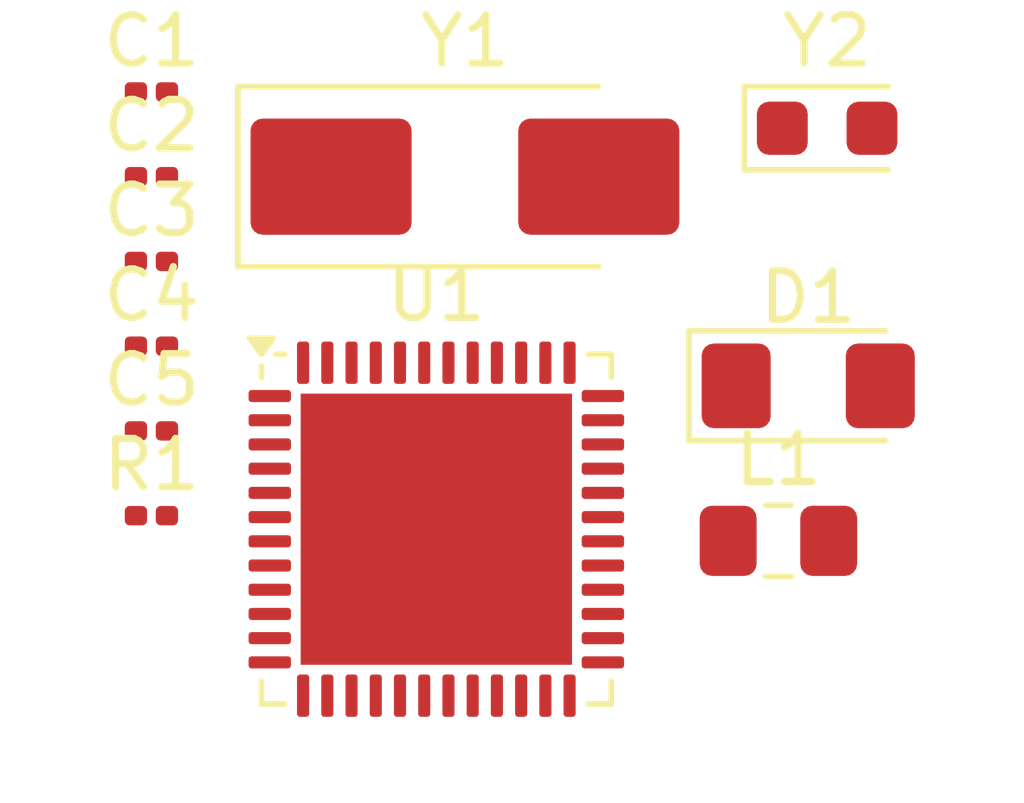
<source format=kicad_pcb>
(kicad_pcb (version 20241229) (generator "pcbnew") (generator_version "9.0")
  (layers (0 "F.Cu" signal) (2 "B.Cu" signal) (13 "F.Paste" user) (15 "B.Paste" user) (5 "F.SilkS" user "F.Silkscreen") (7 "B.SilkS" user "B.Silkscreen") (1 "F.Mask" user) (3 "B.Mask" user) (25 "Edge.Cuts" user))
  (net 0 "")
  (net 1 "GND")
  (net 2 "Net-(U1-PC15)")
  (net 3 "Net-(U1-PC14)")
  (net 4 "Net-(U1-PH0)")
  (net 5 "Net-(U1-PH1)")
  (net 6 "Net-(U1-VCAP1)")
  (net 7 "Net-(D1-K)")
  (net 8 "+3.3V")
  (net 9 "Net-(U1-VREF+)")
  (net 10 "Net-(U1-PC13)")
  (net 25 "/VBAT")
  (net 33 "/SWDIO")
  (net 39 "/SWCLK")
  (footprint "Capacitor_SMD:C_0201_0603Metric" (layer "F.Cu") (at 29.5225 28.48)
    (property "Reference" "C2" (at 0 -1.05 0) (layer "F.SilkS"))
    (property "Value" "C_Small")
    (pad "1" smd roundrect (at -0.32 0) (size 0.46 0.4) (layers "F.Cu" "F.Mask") (net 1 "GND"))
    (pad "2" smd roundrect (at 0.32 0) (size 0.46 0.4) (layers "F.Cu" "F.Mask") (net 3 "Net-(U1-PC14)"))
  )
  (footprint "Crystal:Crystal_SMD_2012-2Pin_2.0x1.2mm_HandSoldering" (layer "F.Cu") (at 43.4675 27.48)
    (property "Reference" "Y2" (at 0 -1.8 0) (layer "F.SilkS"))
    (property "Value" "32.768kHz")
    (fp_line (start -1.71 -0.86) (end -1.71 0.86) (stroke (width 0.12)) (layer "F.SilkS"))
    (fp_line (start -1.71 0.86) (end 1.26 0.86) (stroke (width 0.12)) (layer "F.SilkS"))
    (fp_line (start 1.26 -0.86) (end -1.71 -0.86) (stroke (width 0.12)) (layer "F.SilkS"))
    (pad "1" smd roundrect (at -0.925 0) (size 1.05 1.1) (layers "F.Cu" "F.Mask" "F.Paste") (roundrect_rratio 0.238095) (net 2 "Net-(U1-PC15)"))
    (pad "2" smd roundrect (at 0.925 0) (size 1.05 1.1) (layers "F.Cu" "F.Mask" "F.Paste") (roundrect_rratio 0.238095) (net 3 "Net-(U1-PC14)"))
  )
  (footprint "Crystal:Crystal_SMD_Abracon_ABM3-2Pin_5.0x3.2mm_HandSoldering" (layer "F.Cu") (at 35.9925 28.48)
    (property "Reference" "Y1" (at 0 -2.8 0) (layer "F.SilkS"))
    (property "Value" "25MHz")
    (fp_line (start -4.685 -1.86) (end -4.685 1.86) (stroke (width 0.12)) (layer "F.SilkS"))
    (fp_line (start -4.685 1.86) (end 2.76 1.86) (stroke (width 0.12)) (layer "F.SilkS"))
    (fp_line (start 2.76 -1.86) (end -4.685 -1.86) (stroke (width 0.12)) (layer "F.SilkS"))
    (pad "1" smd roundrect (at -2.7625 0) (size 3.325 2.4) (layers "F.Cu" "F.Mask" "F.Paste") (roundrect_rratio 0.104167) (net 5 "Net-(U1-PH1)"))
    (pad "2" smd roundrect (at 2.7625 0) (size 3.325 2.4) (layers "F.Cu" "F.Mask" "F.Paste") (roundrect_rratio 0.104167) (net 4 "Net-(U1-PH0)"))
  )
  (footprint "Capacitor_SMD:C_0201_0603Metric" (layer "F.Cu") (at 29.5225 30.23)
    (property "Reference" "C3" (at 0 -1.05 0) (layer "F.SilkS"))
    (property "Value" "C_Small")
    (pad "1" smd roundrect (at -0.32 0) (size 0.46 0.4) (layers "F.Cu" "F.Mask") (net 1 "GND"))
    (pad "2" smd roundrect (at 0.32 0) (size 0.46 0.4) (layers "F.Cu" "F.Mask") (net 4 "Net-(U1-PH0)"))
  )
  (footprint "Package_DFN_QFN:QFN-48-1EP_7x7mm_P0.5mm_EP5.6x5.6mm" (layer "F.Cu") (at 35.4025 35.76)
    (property "Reference" "U1" (at 0 -4.83 0) (layer "F.SilkS"))
    (property "Value" "STM32F401CCUx")
    (fp_line (start -3.61 -3.135) (end -3.61 -3.37) (stroke (width 0.12)) (layer "F.SilkS"))
    (fp_line (start -3.61 3.61) (end -3.61 3.135) (stroke (width 0.12)) (layer "F.SilkS"))
    (fp_line (start -3.135 -3.61) (end -3.31 -3.61) (stroke (width 0.12)) (layer "F.SilkS"))
    (fp_line (start -3.135 3.61) (end -3.61 3.61) (stroke (width 0.12)) (layer "F.SilkS"))
    (fp_line (start 3.135 -3.61) (end 3.61 -3.61) (stroke (width 0.12)) (layer "F.SilkS"))
    (fp_line (start 3.135 3.61) (end 3.61 3.61) (stroke (width 0.12)) (layer "F.SilkS"))
    (fp_line (start 3.61 -3.61) (end 3.61 -3.135) (stroke (width 0.12)) (layer "F.SilkS"))
    (fp_line (start 3.61 3.61) (end 3.61 3.135) (stroke (width 0.12)) (layer "F.SilkS"))
    (fp_poly (pts (xy -3.61 -3.61) (xy -3.85 -3.94) (xy -3.37 -3.94)) (stroke (width 0.12)) (fill yes) (layer "F.SilkS"))
    (pad "1" smd roundrect (at -3.4375 -2.75) (size 0.875 0.25) (layers "F.Cu" "F.Mask" "F.Paste") (net 25 "/VBAT"))
    (pad "2" smd roundrect (at -3.4375 -2.25) (size 0.875 0.25) (layers "F.Cu" "F.Mask" "F.Paste") (net 10 "Net-(U1-PC13)"))
    (pad "3" smd roundrect (at -3.4375 -1.75) (size 0.875 0.25) (layers "F.Cu" "F.Mask" "F.Paste") (net 3 "Net-(U1-PC14)"))
    (pad "4" smd roundrect (at -3.4375 -1.25) (size 0.875 0.25) (layers "F.Cu" "F.Mask" "F.Paste") (net 2 "Net-(U1-PC15)"))
    (pad "5" smd roundrect (at -3.4375 -0.75) (size 0.875 0.25) (layers "F.Cu" "F.Mask" "F.Paste") (net 4 "Net-(U1-PH0)"))
    (pad "6" smd roundrect (at -3.4375 -0.25) (size 0.875 0.25) (layers "F.Cu" "F.Mask" "F.Paste") (net 5 "Net-(U1-PH1)"))
    (pad "7" smd roundrect (at -3.4375 0.25) (size 0.875 0.25) (layers "F.Cu" "F.Mask" "F.Paste"))
    (pad "8" smd roundrect (at -3.4375 0.75) (size 0.875 0.25) (layers "F.Cu" "F.Mask" "F.Paste") (net 1 "GND"))
    (pad "9" smd roundrect (at -3.4375 1.25) (size 0.875 0.25) (layers "F.Cu" "F.Mask" "F.Paste") (net 9 "Net-(U1-VREF+)"))
    (pad "10" smd roundrect (at -3.4375 1.75) (size 0.875 0.25) (layers "F.Cu" "F.Mask" "F.Paste"))
    (pad "11" smd roundrect (at -3.4375 2.25) (size 0.875 0.25) (layers "F.Cu" "F.Mask" "F.Paste"))
    (pad "12" smd roundrect (at -3.4375 2.75) (size 0.875 0.25) (layers "F.Cu" "F.Mask" "F.Paste"))
    (pad "13" smd roundrect (at -2.75 3.4375) (size 0.25 0.875) (layers "F.Cu" "F.Mask" "F.Paste"))
    (pad "14" smd roundrect (at -2.25 3.4375) (size 0.25 0.875) (layers "F.Cu" "F.Mask" "F.Paste"))
    (pad "15" smd roundrect (at -1.75 3.4375) (size 0.25 0.875) (layers "F.Cu" "F.Mask" "F.Paste"))
    (pad "16" smd roundrect (at -1.25 3.4375) (size 0.25 0.875) (layers "F.Cu" "F.Mask" "F.Paste"))
    (pad "17" smd roundrect (at -0.75 3.4375) (size 0.25 0.875) (layers "F.Cu" "F.Mask" "F.Paste"))
    (pad "18" smd roundrect (at -0.25 3.4375) (size 0.25 0.875) (layers "F.Cu" "F.Mask" "F.Paste"))
    (pad "19" smd roundrect (at 0.25 3.4375) (size 0.25 0.875) (layers "F.Cu" "F.Mask" "F.Paste"))
    (pad "20" smd roundrect (at 0.75 3.4375) (size 0.25 0.875) (layers "F.Cu" "F.Mask" "F.Paste"))
    (pad "21" smd roundrect (at 1.25 3.4375) (size 0.25 0.875) (layers "F.Cu" "F.Mask" "F.Paste"))
    (pad "22" smd roundrect (at 1.75 3.4375) (size 0.25 0.875) (layers "F.Cu" "F.Mask" "F.Paste") (net 6 "Net-(U1-VCAP1)"))
    (pad "23" smd roundrect (at 2.25 3.4375) (size 0.25 0.875) (layers "F.Cu" "F.Mask" "F.Paste") (net 1 "GND"))
    (pad "24" smd roundrect (at 2.75 3.4375) (size 0.25 0.875) (layers "F.Cu" "F.Mask" "F.Paste") (net 8 "+3.3V"))
    (pad "25" smd roundrect (at 3.4375 2.75) (size 0.875 0.25) (layers "F.Cu" "F.Mask" "F.Paste"))
    (pad "26" smd roundrect (at 3.4375 2.25) (size 0.875 0.25) (layers "F.Cu" "F.Mask" "F.Paste"))
    (pad "27" smd roundrect (at 3.4375 1.75) (size 0.875 0.25) (layers "F.Cu" "F.Mask" "F.Paste"))
    (pad "28" smd roundrect (at 3.4375 1.25) (size 0.875 0.25) (layers "F.Cu" "F.Mask" "F.Paste"))
    (pad "29" smd roundrect (at 3.4375 0.75) (size 0.875 0.25) (layers "F.Cu" "F.Mask" "F.Paste"))
    (pad "30" smd roundrect (at 3.4375 0.25) (size 0.875 0.25) (layers "F.Cu" "F.Mask" "F.Paste"))
    (pad "31" smd roundrect (at 3.4375 -0.25) (size 0.875 0.25) (layers "F.Cu" "F.Mask" "F.Paste"))
    (pad "32" smd roundrect (at 3.4375 -0.75) (size 0.875 0.25) (layers "F.Cu" "F.Mask" "F.Paste"))
    (pad "33" smd roundrect (at 3.4375 -1.25) (size 0.875 0.25) (layers "F.Cu" "F.Mask" "F.Paste"))
    (pad "34" smd roundrect (at 3.4375 -1.75) (size 0.875 0.25) (layers "F.Cu" "F.Mask" "F.Paste") (net 33 "/SWDIO"))
    (pad "35" smd roundrect (at 3.4375 -2.25) (size 0.875 0.25) (layers "F.Cu" "F.Mask" "F.Paste") (net 1 "GND"))
    (pad "36" smd roundrect (at 3.4375 -2.75) (size 0.875 0.25) (layers "F.Cu" "F.Mask" "F.Paste") (net 8 "+3.3V"))
    (pad "37" smd roundrect (at 2.75 -3.4375) (size 0.25 0.875) (layers "F.Cu" "F.Mask" "F.Paste") (net 39 "/SWCLK"))
    (pad "38" smd roundrect (at 2.25 -3.4375) (size 0.25 0.875) (layers "F.Cu" "F.Mask" "F.Paste"))
    (pad "39" smd roundrect (at 1.75 -3.4375) (size 0.25 0.875) (layers "F.Cu" "F.Mask" "F.Paste"))
    (pad "40" smd roundrect (at 1.25 -3.4375) (size 0.25 0.875) (layers "F.Cu" "F.Mask" "F.Paste"))
    (pad "41" smd roundrect (at 0.75 -3.4375) (size 0.25 0.875) (layers "F.Cu" "F.Mask" "F.Paste"))
    (pad "42" smd roundrect (at 0.25 -3.4375) (size 0.25 0.875) (layers "F.Cu" "F.Mask" "F.Paste"))
    (pad "43" smd roundrect (at -0.25 -3.4375) (size 0.25 0.875) (layers "F.Cu" "F.Mask" "F.Paste"))
    (pad "44" smd roundrect (at -0.75 -3.4375) (size 0.25 0.875) (layers "F.Cu" "F.Mask" "F.Paste"))
    (pad "45" smd roundrect (at -1.25 -3.4375) (size 0.25 0.875) (layers "F.Cu" "F.Mask" "F.Paste"))
    (pad "46" smd roundrect (at -1.75 -3.4375) (size 0.25 0.875) (layers "F.Cu" "F.Mask" "F.Paste"))
    (pad "47" smd roundrect (at -2.25 -3.4375) (size 0.25 0.875) (layers "F.Cu" "F.Mask" "F.Paste") (net 1 "GND"))
    (pad "48" smd roundrect (at -2.75 -3.4375) (size 0.25 0.875) (layers "F.Cu" "F.Mask" "F.Paste") (net 8 "+3.3V"))
    (pad "49" smd rect (at 0 0) (size 5.6 5.6) (property pad_prop_heatsink) (layers "F.Cu" "F.Mask") (net 1 "GND"))
  )
  (footprint "Capacitor_SMD:C_0805_2012Metric_Pad1.18x1.45mm_HandSolder" (layer "F.Cu") (at 42.4625 36)
    (property "Reference" "L1" (at 0 -1.68 0) (layer "F.SilkS"))
    (property "Value" "L_Iron_Small")
    (fp_line (start -0.261252 -0.735) (end 0.261252 -0.735) (stroke (width 0.12)) (layer "F.SilkS"))
    (fp_line (start -0.261252 0.735) (end 0.261252 0.735) (stroke (width 0.12)) (layer "F.SilkS"))
    (pad "1" smd roundrect (at -1.0375 0) (size 1.175 1.45) (layers "F.Cu" "F.Mask" "F.Paste") (roundrect_rratio 0.212766) (net 8 "+3.3V"))
    (pad "2" smd roundrect (at 1.0375 0) (size 1.175 1.45) (layers "F.Cu" "F.Mask" "F.Paste") (roundrect_rratio 0.212766) (net 9 "Net-(U1-VREF+)"))
  )
  (footprint "Resistor_SMD:R_0201_0603Metric" (layer "F.Cu") (at 29.5225 35.48)
    (property "Reference" "R1" (at 0 -1.05 0) (layer "F.SilkS"))
    (property "Value" "15")
    (pad "1" smd roundrect (at -0.32 0) (size 0.46 0.4) (layers "F.Cu" "F.Mask") (net 7 "Net-(D1-K)"))
    (pad "2" smd roundrect (at 0.32 0) (size 0.46 0.4) (layers "F.Cu" "F.Mask") (net 10 "Net-(U1-PC13)"))
  )
  (footprint "Capacitor_SMD:C_0201_0603Metric" (layer "F.Cu") (at 29.5225 31.98)
    (property "Reference" "C4" (at 0 -1.05 0) (layer "F.SilkS"))
    (property "Value" "C_Small")
    (pad "1" smd roundrect (at -0.32 0) (size 0.46 0.4) (layers "F.Cu" "F.Mask") (net 1 "GND"))
    (pad "2" smd roundrect (at 0.32 0) (size 0.46 0.4) (layers "F.Cu" "F.Mask") (net 5 "Net-(U1-PH1)"))
  )
  (footprint "LED_SMD:LED_1206_3216Metric_Pad1.42x1.75mm_HandSolder" (layer "F.Cu") (at 43.0775 32.8)
    (property "Reference" "D1" (at 0 -1.83 0) (layer "F.SilkS"))
    (property "Value" "LED_BLUE")
    (fp_line (start -2.46 -1.135) (end -2.46 1.135) (stroke (width 0.12)) (layer "F.SilkS"))
    (fp_line (start -2.46 1.135) (end 1.6 1.135) (stroke (width 0.12)) (layer "F.SilkS"))
    (fp_line (start 1.6 -1.135) (end -2.46 -1.135) (stroke (width 0.12)) (layer "F.SilkS"))
    (pad "1" smd roundrect (at -1.4875 0) (size 1.425 1.75) (layers "F.Cu" "F.Mask" "F.Paste") (roundrect_rratio 0.175439) (net 7 "Net-(D1-K)"))
    (pad "2" smd roundrect (at 1.4875 0) (size 1.425 1.75) (layers "F.Cu" "F.Mask" "F.Paste") (roundrect_rratio 0.175439) (net 8 "+3.3V"))
  )
  (footprint "Capacitor_SMD:C_0201_0603Metric" (layer "F.Cu") (at 29.5225 26.73)
    (property "Reference" "C1" (at 0 -1.05 0) (layer "F.SilkS"))
    (property "Value" "C_Small")
    (pad "1" smd roundrect (at -0.32 0) (size 0.46 0.4) (layers "F.Cu" "F.Mask") (net 1 "GND"))
    (pad "2" smd roundrect (at 0.32 0) (size 0.46 0.4) (layers "F.Cu" "F.Mask") (net 2 "Net-(U1-PC15)"))
  )
  (footprint "Capacitor_SMD:C_0201_0603Metric" (layer "F.Cu") (at 29.5225 33.73)
    (property "Reference" "C5" (at 0 -1.05 0) (layer "F.SilkS"))
    (property "Value" "C_Small")
    (pad "1" smd roundrect (at -0.32 0) (size 0.46 0.4) (layers "F.Cu" "F.Mask") (net 1 "GND"))
    (pad "2" smd roundrect (at 0.32 0) (size 0.46 0.4) (layers "F.Cu" "F.Mask") (net 6 "Net-(U1-VCAP1)"))
  )
)
</source>
